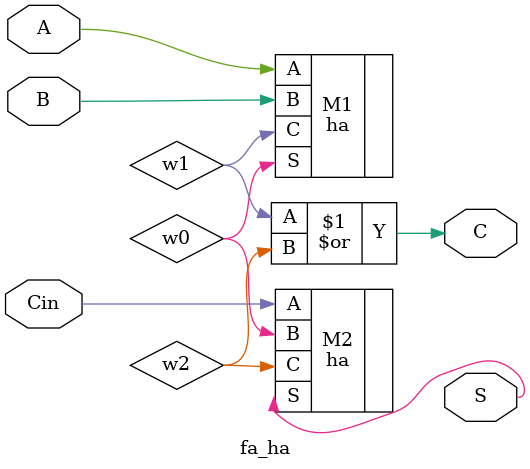
<source format=v>
`include "ha.v"
module fa_ha(
    input A,B,Cin, output S,C
);

wire w0,w1,w2;

ha M1(.A(A), .B(B), .S(w0), .C(w1));
ha M2(.A(Cin), .B(w0), .S(S), .C(w2));
assign C = w1|w2;

endmodule
</source>
